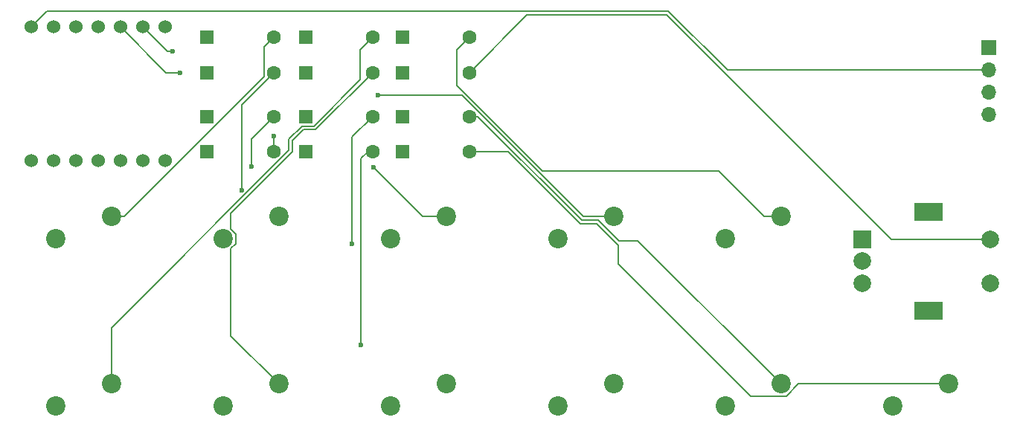
<source format=gbr>
%TF.GenerationSoftware,KiCad,Pcbnew,9.0.6*%
%TF.CreationDate,2025-12-11T12:47:50+11:00*%
%TF.ProjectId,vali-macroPAD,76616c69-2d6d-4616-9372-6f5041442e6b,rev?*%
%TF.SameCoordinates,Original*%
%TF.FileFunction,Copper,L2,Bot*%
%TF.FilePolarity,Positive*%
%FSLAX46Y46*%
G04 Gerber Fmt 4.6, Leading zero omitted, Abs format (unit mm)*
G04 Created by KiCad (PCBNEW 9.0.6) date 2025-12-11 12:47:50*
%MOMM*%
%LPD*%
G01*
G04 APERTURE LIST*
G04 Aperture macros list*
%AMRoundRect*
0 Rectangle with rounded corners*
0 $1 Rounding radius*
0 $2 $3 $4 $5 $6 $7 $8 $9 X,Y pos of 4 corners*
0 Add a 4 corners polygon primitive as box body*
4,1,4,$2,$3,$4,$5,$6,$7,$8,$9,$2,$3,0*
0 Add four circle primitives for the rounded corners*
1,1,$1+$1,$2,$3*
1,1,$1+$1,$4,$5*
1,1,$1+$1,$6,$7*
1,1,$1+$1,$8,$9*
0 Add four rect primitives between the rounded corners*
20,1,$1+$1,$2,$3,$4,$5,0*
20,1,$1+$1,$4,$5,$6,$7,0*
20,1,$1+$1,$6,$7,$8,$9,0*
20,1,$1+$1,$8,$9,$2,$3,0*%
G04 Aperture macros list end*
%TA.AperFunction,ComponentPad*%
%ADD10C,2.200000*%
%TD*%
%TA.AperFunction,ComponentPad*%
%ADD11R,2.000000X2.000000*%
%TD*%
%TA.AperFunction,ComponentPad*%
%ADD12C,2.000000*%
%TD*%
%TA.AperFunction,ComponentPad*%
%ADD13R,3.200000X2.000000*%
%TD*%
%TA.AperFunction,ComponentPad*%
%ADD14RoundRect,0.250000X-0.550000X-0.550000X0.550000X-0.550000X0.550000X0.550000X-0.550000X0.550000X0*%
%TD*%
%TA.AperFunction,ComponentPad*%
%ADD15C,1.600000*%
%TD*%
%TA.AperFunction,ComponentPad*%
%ADD16R,1.700000X1.700000*%
%TD*%
%TA.AperFunction,ComponentPad*%
%ADD17O,1.700000X1.700000*%
%TD*%
%TA.AperFunction,ComponentPad*%
%ADD18C,1.524000*%
%TD*%
%TA.AperFunction,ViaPad*%
%ADD19C,0.600000*%
%TD*%
%TA.AperFunction,Conductor*%
%ADD20C,0.200000*%
%TD*%
G04 APERTURE END LIST*
D10*
%TO.P,SW11,1,1*%
%TO.N,Net-(D11-A)*%
X183515000Y-104457500D03*
%TO.P,SW11,2,2*%
%TO.N,Row3*%
X177165000Y-106997500D03*
%TD*%
%TO.P,SW6,1,1*%
%TO.N,Net-(D6-A)*%
X126365000Y-104457500D03*
%TO.P,SW6,2,2*%
%TO.N,Row2*%
X120015000Y-106997500D03*
%TD*%
D11*
%TO.P,SW10,A,A*%
%TO.N,REA*%
X192775000Y-87987500D03*
D12*
%TO.P,SW10,B,B*%
%TO.N,REB*%
X192775000Y-92987500D03*
%TO.P,SW10,C,C*%
%TO.N,GND*%
X192775000Y-90487500D03*
D13*
%TO.P,SW10,MP*%
%TO.N,N/C*%
X200275000Y-84887500D03*
X200275000Y-96087500D03*
D12*
%TO.P,SW10,S1,S1*%
%TO.N,Row3*%
X207275000Y-92987500D03*
%TO.P,SW10,S2,S2*%
%TO.N,Net-(D10-A)*%
X207275000Y-87987500D03*
%TD*%
D14*
%TO.P,D2,1,K*%
%TO.N,Col2*%
X118190000Y-69000000D03*
D15*
%TO.P,D2,2,A*%
%TO.N,Net-(D2-A)*%
X125810000Y-69000000D03*
%TD*%
D14*
%TO.P,D10,1,K*%
%TO.N,Col2*%
X140380000Y-69000000D03*
D15*
%TO.P,D10,2,A*%
%TO.N,Net-(D10-A)*%
X148000000Y-69000000D03*
%TD*%
D10*
%TO.P,SW3,1,1*%
%TO.N,Net-(D3-A)*%
X145415000Y-85407500D03*
%TO.P,SW3,2,2*%
%TO.N,Row1*%
X139065000Y-87947500D03*
%TD*%
D14*
%TO.P,D7,1,K*%
%TO.N,Col3*%
X129380000Y-74000000D03*
D15*
%TO.P,D7,2,A*%
%TO.N,Net-(D7-A)*%
X137000000Y-74000000D03*
%TD*%
D14*
%TO.P,D12,1,K*%
%TO.N,Col4*%
X140380000Y-78000000D03*
D15*
%TO.P,D12,2,A*%
%TO.N,Net-(D12-A)*%
X148000000Y-78000000D03*
%TD*%
D14*
%TO.P,D8,1,K*%
%TO.N,Col4*%
X129380000Y-78000000D03*
D15*
%TO.P,D8,2,A*%
%TO.N,Net-(D8-A)*%
X137000000Y-78000000D03*
%TD*%
D10*
%TO.P,SW7,1,1*%
%TO.N,Net-(D7-A)*%
X145415000Y-104457500D03*
%TO.P,SW7,2,2*%
%TO.N,Row2*%
X139065000Y-106997500D03*
%TD*%
%TO.P,SW4,1,1*%
%TO.N,Net-(D4-A)*%
X164465000Y-85407500D03*
%TO.P,SW4,2,2*%
%TO.N,Row1*%
X158115000Y-87947500D03*
%TD*%
%TO.P,SW12,1,1*%
%TO.N,Net-(D12-A)*%
X202565000Y-104457500D03*
%TO.P,SW12,2,2*%
%TO.N,Row3*%
X196215000Y-106997500D03*
%TD*%
D14*
%TO.P,D6,1,K*%
%TO.N,Col2*%
X129380000Y-69000000D03*
D15*
%TO.P,D6,2,A*%
%TO.N,Net-(D6-A)*%
X137000000Y-69000000D03*
%TD*%
D10*
%TO.P,SW1,1,1*%
%TO.N,Net-(D1-A)*%
X107315000Y-85407500D03*
%TO.P,SW1,2,2*%
%TO.N,Row1*%
X100965000Y-87947500D03*
%TD*%
D16*
%TO.P,OL1,1,SDA*%
%TO.N,GND*%
X207168750Y-66198750D03*
D17*
%TO.P,OL1,2,SCL*%
%TO.N,VCC*%
X207168750Y-68738750D03*
%TO.P,OL1,3,VCC*%
%TO.N,OLEDSCL*%
X207168750Y-71278750D03*
%TO.P,OL1,4,GND*%
%TO.N,OLEDSDA*%
X207168750Y-73818750D03*
%TD*%
D10*
%TO.P,SW8,1,1*%
%TO.N,Net-(D8-A)*%
X164465000Y-104457500D03*
%TO.P,SW8,2,2*%
%TO.N,Row2*%
X158115000Y-106997500D03*
%TD*%
D14*
%TO.P,D11,1,K*%
%TO.N,Col3*%
X140380000Y-74000000D03*
D15*
%TO.P,D11,2,A*%
%TO.N,Net-(D11-A)*%
X148000000Y-74000000D03*
%TD*%
D18*
%TO.P,U1,1,GPIO26/ADC0/A0*%
%TO.N,Row1*%
X98151250Y-79057500D03*
%TO.P,U1,2,GPIO27/ADC1/A1*%
%TO.N,Row2*%
X100691250Y-79057500D03*
%TO.P,U1,3,GPIO28/ADC2/A2*%
%TO.N,Row3*%
X103231250Y-79057500D03*
%TO.P,U1,4,GPIO29/ADC3/A3*%
%TO.N,REA*%
X105771250Y-79057500D03*
%TO.P,U1,5,GPIO6/SDA*%
%TO.N,OLEDSDA*%
X108311250Y-79057500D03*
%TO.P,U1,6,GPIO7/SCL*%
%TO.N,OLEDSCL*%
X110851250Y-79057500D03*
%TO.P,U1,7,GPIO0/TX*%
%TO.N,REB*%
X113391250Y-79057500D03*
%TO.P,U1,8,GPIO1/RX*%
%TO.N,Col4*%
X113391250Y-63817500D03*
%TO.P,U1,9,GPIO2/SCK*%
%TO.N,Col3*%
X110851250Y-63817500D03*
%TO.P,U1,10,GPIO4/MISO*%
%TO.N,Col2*%
X108311250Y-63817500D03*
%TO.P,U1,11,GPIO3/MOSI*%
%TO.N,Col1*%
X105771250Y-63817500D03*
%TO.P,U1,12,3V3*%
%TO.N,unconnected-(U1-3V3-Pad12)*%
X103231250Y-63817500D03*
%TO.P,U1,13,GND*%
%TO.N,GND*%
X100691250Y-63817500D03*
%TO.P,U1,14,VBUS*%
%TO.N,VCC*%
X98151250Y-63817500D03*
%TD*%
D14*
%TO.P,D5,1,K*%
%TO.N,Col1*%
X129380000Y-65000000D03*
D15*
%TO.P,D5,2,A*%
%TO.N,Net-(D5-A)*%
X137000000Y-65000000D03*
%TD*%
D10*
%TO.P,SW9,1,1*%
%TO.N,Net-(D9-A)*%
X183515000Y-85407500D03*
%TO.P,SW9,2,2*%
%TO.N,Row3*%
X177165000Y-87947500D03*
%TD*%
D14*
%TO.P,D9,1,K*%
%TO.N,Col1*%
X140380000Y-65000000D03*
D15*
%TO.P,D9,2,A*%
%TO.N,Net-(D9-A)*%
X148000000Y-65000000D03*
%TD*%
D14*
%TO.P,D4,1,K*%
%TO.N,Col4*%
X118190000Y-78000000D03*
D15*
%TO.P,D4,2,A*%
%TO.N,Net-(D4-A)*%
X125810000Y-78000000D03*
%TD*%
D14*
%TO.P,D1,1,K*%
%TO.N,Col1*%
X118190000Y-65000000D03*
D15*
%TO.P,D1,2,A*%
%TO.N,Net-(D1-A)*%
X125810000Y-65000000D03*
%TD*%
D10*
%TO.P,SW5,1,1*%
%TO.N,Net-(D5-A)*%
X107315000Y-104457500D03*
%TO.P,SW5,2,2*%
%TO.N,Row2*%
X100965000Y-106997500D03*
%TD*%
%TO.P,SW2,1,1*%
%TO.N,Net-(D2-A)*%
X126365000Y-85407500D03*
%TO.P,SW2,2,2*%
%TO.N,Row1*%
X120015000Y-87947500D03*
%TD*%
D14*
%TO.P,D3,1,K*%
%TO.N,Col3*%
X118190000Y-74000000D03*
D15*
%TO.P,D3,2,A*%
%TO.N,Net-(D3-A)*%
X125810000Y-74000000D03*
%TD*%
D19*
%TO.N,Col2*%
X115100000Y-69000000D03*
%TO.N,Col3*%
X114300000Y-66600000D03*
%TO.N,Net-(D7-A)*%
X134700000Y-88547500D03*
%TO.N,Net-(D8-A)*%
X135700000Y-100000000D03*
%TO.N,Net-(D2-A)*%
X122108023Y-82410500D03*
%TO.N,Net-(D3-A)*%
X137100000Y-79800000D03*
X123200000Y-79701000D03*
%TO.N,Net-(D4-A)*%
X125800000Y-76200000D03*
X137600000Y-71600000D03*
%TD*%
D20*
%TO.N,Net-(D5-A)*%
X128999000Y-75101000D02*
X130165160Y-75101000D01*
X130167160Y-75099000D02*
X130333900Y-75099000D01*
X127500000Y-76600000D02*
X128999000Y-75101000D01*
X127500000Y-77867050D02*
X127500000Y-76600000D01*
X135600000Y-69832900D02*
X135600000Y-66400000D01*
X107315000Y-104457500D02*
X107315000Y-98052050D01*
X130165160Y-75101000D02*
X130167160Y-75099000D01*
X130333900Y-75099000D02*
X135600000Y-69832900D01*
X107315000Y-98052050D02*
X127500000Y-77867050D01*
X135600000Y-66400000D02*
X137000000Y-65000000D01*
%TO.N,Net-(D6-A)*%
X120900000Y-86851186D02*
X121416000Y-87367186D01*
X130333260Y-75500000D02*
X130331260Y-75502000D01*
X127901000Y-76766100D02*
X127901000Y-78033150D01*
X120900000Y-85034150D02*
X120900000Y-86851186D01*
X137000000Y-69000000D02*
X130500000Y-75500000D01*
X121416000Y-87367186D02*
X121416000Y-88527814D01*
X120900000Y-89043814D02*
X120900000Y-98992500D01*
X127901000Y-78033150D02*
X120900000Y-85034150D01*
X129165100Y-75502000D02*
X127901000Y-76766100D01*
X130500000Y-75500000D02*
X130333260Y-75500000D01*
X120900000Y-98992500D02*
X126365000Y-104457500D01*
X130331260Y-75502000D02*
X129165100Y-75502000D01*
X121416000Y-88527814D02*
X120900000Y-89043814D01*
%TO.N,Col2*%
X115100000Y-69000000D02*
X113493750Y-69000000D01*
X113493750Y-69000000D02*
X108311250Y-63817500D01*
%TO.N,Col3*%
X113633750Y-66600000D02*
X110851250Y-63817500D01*
X114300000Y-66600000D02*
X113633750Y-66600000D01*
%TO.N,Net-(D7-A)*%
X134700000Y-88547500D02*
X134700000Y-76300000D01*
X134700000Y-76300000D02*
X137000000Y-74000000D01*
%TO.N,Net-(D8-A)*%
X135700000Y-100000000D02*
X135700000Y-78800000D01*
X136500000Y-78000000D02*
X137000000Y-78000000D01*
X135700000Y-78800000D02*
X136500000Y-78000000D01*
%TO.N,Net-(D9-A)*%
X146600000Y-70475850D02*
X146600000Y-66400000D01*
X176400000Y-80200000D02*
X156324150Y-80200000D01*
X156324150Y-80200000D02*
X146600000Y-70475850D01*
X146600000Y-66400000D02*
X148000000Y-65000000D01*
X181607500Y-85407500D02*
X176400000Y-80200000D01*
X183515000Y-85407500D02*
X181607500Y-85407500D01*
%TO.N,Net-(D10-A)*%
X170501000Y-62401000D02*
X154599000Y-62401000D01*
X207275000Y-87987500D02*
X196087500Y-87987500D01*
X196087500Y-87987500D02*
X170501000Y-62401000D01*
X154599000Y-62401000D02*
X148000000Y-69000000D01*
%TO.N,Net-(D11-A)*%
X167194000Y-88136500D02*
X165036500Y-88136500D01*
X162708500Y-85808500D02*
X160798450Y-85808500D01*
X160798450Y-85808500D02*
X148989950Y-74000000D01*
X165036500Y-88136500D02*
X162708500Y-85808500D01*
X183515000Y-104457500D02*
X167194000Y-88136500D01*
X148989950Y-74000000D02*
X148000000Y-74000000D01*
%TO.N,Net-(D12-A)*%
X160632350Y-86209500D02*
X152422850Y-78000000D01*
X180058500Y-105858500D02*
X164987314Y-90787314D01*
X202565000Y-104457500D02*
X185496314Y-104457500D01*
X162509500Y-86209500D02*
X160632350Y-86209500D01*
X152422850Y-78000000D02*
X148000000Y-78000000D01*
X185496314Y-104457500D02*
X184095314Y-105858500D01*
X184095314Y-105858500D02*
X180058500Y-105858500D01*
X164987314Y-88687314D02*
X162509500Y-86209500D01*
X164987314Y-90787314D02*
X164987314Y-88687314D01*
%TO.N,VCC*%
X170667100Y-62000000D02*
X99968750Y-62000000D01*
X207168750Y-68738750D02*
X177405850Y-68738750D01*
X177405850Y-68738750D02*
X170667100Y-62000000D01*
X99968750Y-62000000D02*
X98151250Y-63817500D01*
%TO.N,Net-(D1-A)*%
X124709000Y-66101000D02*
X125810000Y-65000000D01*
X124709000Y-69456050D02*
X124709000Y-66101000D01*
X107315000Y-85407500D02*
X108757550Y-85407500D01*
X108757550Y-85407500D02*
X124709000Y-69456050D01*
%TO.N,Net-(D2-A)*%
X122108023Y-82410500D02*
X122108023Y-72701977D01*
X122108023Y-72701977D02*
X125810000Y-69000000D01*
%TO.N,Net-(D3-A)*%
X142707500Y-85407500D02*
X137100000Y-79800000D01*
X123200000Y-79701000D02*
X123200000Y-76610000D01*
X145415000Y-85407500D02*
X142707500Y-85407500D01*
X123200000Y-76610000D02*
X125810000Y-74000000D01*
%TO.N,Net-(D4-A)*%
X125800000Y-77990000D02*
X125810000Y-78000000D01*
X125800000Y-76200000D02*
X125800000Y-77990000D01*
X147157050Y-71600000D02*
X137600000Y-71600000D01*
X164465000Y-85407500D02*
X160964550Y-85407500D01*
X160964550Y-85407500D02*
X147157050Y-71600000D01*
%TD*%
M02*

</source>
